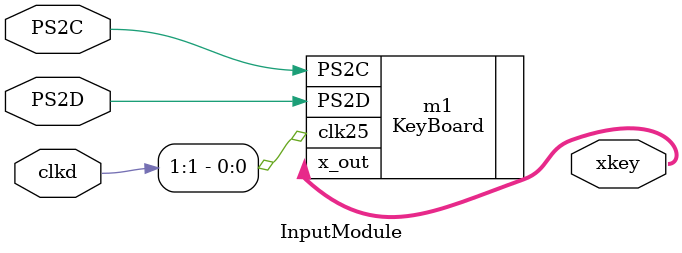
<source format=v>
`timescale 1ns / 1ps
module InputModule(
input [31:0]clkd,
input PS2C,PS2D,
output [7:0]xkey
    );
	wire [4:0]keyCode;
  
  
	KeyBoard      m1(.clk25(clkd[1]),.PS2C(PS2C),.PS2D(PS2D),.x_out(xkey));//¼üÅÌÒª25mHZÊ±ÖÓ£»°´ÏÂÊ±Êä³öµÄÖµxkeyÊÇ¼üÅÌ¶ÔÓ¦µÄ¶þÎ»Ê®Áù½øÖÆÂë£¬²»°´ÏÂÊ±Êä³öÊÇ0
 
	

endmodule

</source>
